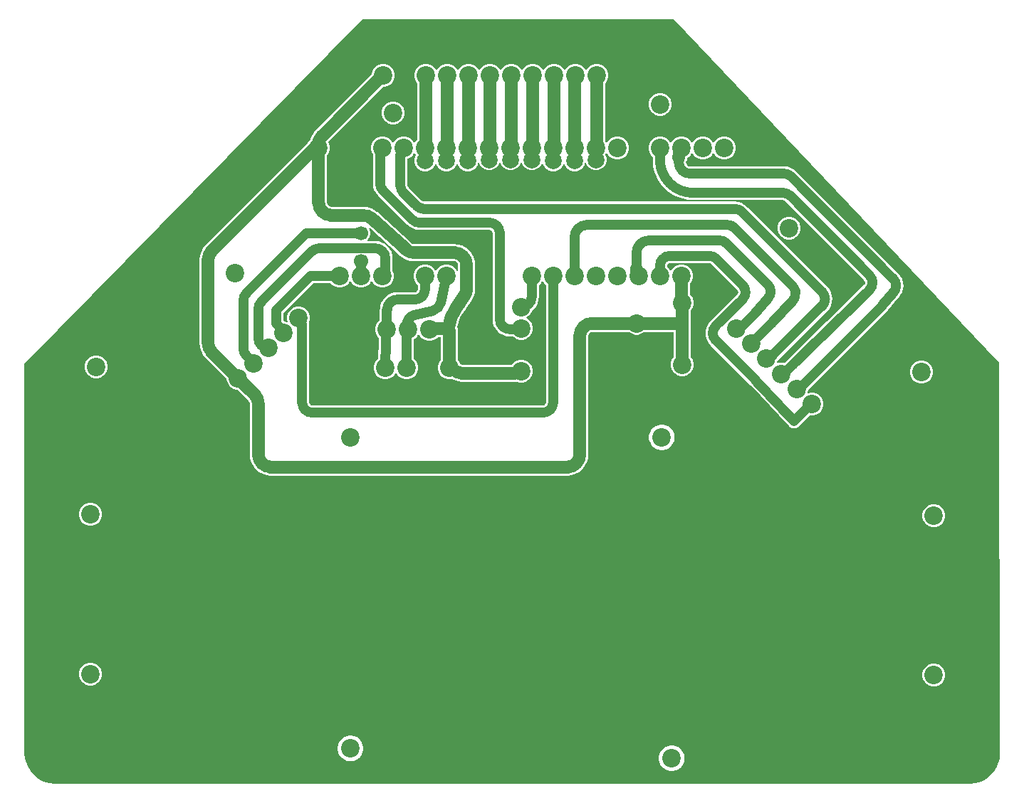
<source format=gbl>
G04*
G04 #@! TF.GenerationSoftware,Altium Limited,Altium Designer,24.5.2 (23)*
G04*
G04 Layer_Physical_Order=2*
G04 Layer_Color=16711680*
%FSLAX44Y44*%
%MOMM*%
G71*
G04*
G04 #@! TF.SameCoordinates,62529FE2-AEE2-4A7B-8C1A-F930561A9EB4*
G04*
G04*
G04 #@! TF.FilePolarity,Positive*
G04*
G01*
G75*
%ADD10C,1.2000*%
%ADD11C,1.5000*%
%ADD14C,2.0320*%
%ADD15C,2.2000*%
%ADD16C,2.0000*%
%ADD17C,1.7000*%
G36*
X1158964Y501036D02*
X1160000Y37317D01*
X1160000Y34871D01*
X1159362Y30020D01*
X1158096Y25295D01*
X1156224Y20775D01*
X1153778Y16538D01*
X1150799Y12657D01*
X1147340Y9198D01*
X1143459Y6220D01*
X1139222Y3775D01*
X1134702Y1903D01*
X1129976Y637D01*
X1125126Y-0D01*
X1122680Y0D01*
X38100Y-0D01*
X35603D01*
X30651Y652D01*
X25827Y1945D01*
X21213Y3856D01*
X16887Y6353D01*
X12925Y9393D01*
X9393Y12925D01*
X6353Y16887D01*
X3856Y21213D01*
X1945Y25827D01*
X652Y30651D01*
X0Y35603D01*
Y38100D01*
Y500000D01*
X401946Y910323D01*
X772160D01*
X1158964Y501036D01*
D02*
G37*
%LPC*%
G36*
X682503Y856820D02*
X678937D01*
X675494Y855897D01*
X672406Y854115D01*
X669885Y851594D01*
X668597Y849363D01*
X667443D01*
X666155Y851594D01*
X663634Y854115D01*
X660546Y855897D01*
X657103Y856820D01*
X653537D01*
X650094Y855897D01*
X647006Y854115D01*
X644485Y851594D01*
X643197Y849363D01*
X642043D01*
X640755Y851594D01*
X638234Y854115D01*
X635146Y855897D01*
X631703Y856820D01*
X628137D01*
X624694Y855897D01*
X621606Y854115D01*
X619085Y851594D01*
X617797Y849363D01*
X616643D01*
X615355Y851594D01*
X612834Y854115D01*
X609746Y855897D01*
X606303Y856820D01*
X602737D01*
X599294Y855897D01*
X596206Y854115D01*
X593685Y851594D01*
X592397Y849363D01*
X591243D01*
X589955Y851594D01*
X587434Y854115D01*
X584346Y855897D01*
X580903Y856820D01*
X577337D01*
X573894Y855897D01*
X570806Y854115D01*
X568285Y851594D01*
X566997Y849363D01*
X565843D01*
X564555Y851594D01*
X562034Y854115D01*
X558946Y855897D01*
X555503Y856820D01*
X551937D01*
X548494Y855897D01*
X545406Y854115D01*
X542885Y851594D01*
X541597Y849363D01*
X540443D01*
X539155Y851594D01*
X536634Y854115D01*
X533546Y855897D01*
X530103Y856820D01*
X526537D01*
X523094Y855897D01*
X520006Y854115D01*
X517485Y851594D01*
X516197Y849363D01*
X515043D01*
X513755Y851594D01*
X511234Y854115D01*
X508146Y855897D01*
X504703Y856820D01*
X501137D01*
X497694Y855897D01*
X494606Y854115D01*
X492085Y851594D01*
X490797Y849363D01*
X489643D01*
X488355Y851594D01*
X485834Y854115D01*
X482746Y855897D01*
X479303Y856820D01*
X475737D01*
X472294Y855897D01*
X469206Y854115D01*
X466685Y851594D01*
X464903Y848506D01*
X463980Y845063D01*
Y841497D01*
X464903Y838054D01*
X466685Y834966D01*
X467393Y834258D01*
Y767212D01*
X465415Y765234D01*
X464127Y763003D01*
X462973D01*
X461685Y765234D01*
X459164Y767755D01*
X456076Y769537D01*
X452633Y770460D01*
X449067D01*
X445624Y769537D01*
X442536Y767755D01*
X440015Y765234D01*
X438727Y763003D01*
X437573D01*
X436285Y765234D01*
X433764Y767755D01*
X430676Y769537D01*
X427233Y770460D01*
X423667D01*
X420224Y769537D01*
X417136Y767755D01*
X414615Y765234D01*
X412833Y762146D01*
X411910Y758703D01*
Y755137D01*
X412833Y751694D01*
X414296Y749159D01*
Y714901D01*
X414271D01*
X414667Y710874D01*
X415842Y707002D01*
X417749Y703434D01*
X420297Y700330D01*
X420305Y700338D01*
X420322Y700337D01*
X455227Y665432D01*
X455228Y665415D01*
X455220Y665407D01*
X458324Y662859D01*
X461892Y660952D01*
X465764Y659777D01*
X469791Y659381D01*
Y659406D01*
X553150D01*
X553186Y659411D01*
X554450Y659160D01*
X555553Y658423D01*
X556290Y657320D01*
X556541Y656056D01*
X556536Y656020D01*
Y594360D01*
Y553184D01*
X556511D01*
X556907Y549157D01*
X558082Y545286D01*
X559989Y541717D01*
X562556Y538590D01*
X565683Y536023D01*
X569252Y534116D01*
X573124Y532941D01*
X577150Y532545D01*
Y532570D01*
X581121D01*
X582236Y531455D01*
X585324Y529673D01*
X588767Y528750D01*
X592333D01*
X595776Y529673D01*
X598864Y531455D01*
X601385Y533976D01*
X603167Y537064D01*
X604090Y540507D01*
Y544073D01*
X603167Y547516D01*
X601385Y550604D01*
X598864Y553125D01*
X596633Y554413D01*
Y555567D01*
X598864Y556855D01*
X601385Y559376D01*
X603167Y562464D01*
X603344Y563124D01*
X605729Y565081D01*
X608296Y568209D01*
X610204Y571777D01*
X611378Y575649D01*
X611774Y579676D01*
X611749D01*
Y593870D01*
X614085Y596206D01*
X615373Y598437D01*
X616527D01*
X617815Y596206D01*
X620036Y593985D01*
Y453960D01*
X620041Y453924D01*
X619790Y452659D01*
X619053Y451557D01*
X617951Y450820D01*
X616686Y450569D01*
X616650Y450574D01*
X342200D01*
X342164Y450569D01*
X340900Y450820D01*
X339797Y451557D01*
X339060Y452659D01*
X338809Y453924D01*
X338814Y453960D01*
Y545475D01*
X338839D01*
X338480Y549120D01*
X338640Y549396D01*
X339563Y552840D01*
Y556405D01*
X338640Y559849D01*
X336857Y562936D01*
X334336Y565457D01*
X331249Y567240D01*
X327805Y568163D01*
X324240D01*
X320796Y567240D01*
X317709Y565457D01*
X315188Y562936D01*
X313405Y559849D01*
X312483Y556405D01*
Y552840D01*
X313149Y550352D01*
X312333Y549535D01*
X309845Y550202D01*
X309410D01*
X308334Y551278D01*
Y560312D01*
X343928Y595906D01*
X364115D01*
X366336Y593685D01*
X369424Y591903D01*
X372867Y590980D01*
X376433D01*
X379876Y591903D01*
X382964Y593685D01*
X385485Y596206D01*
X386773Y598437D01*
X387927D01*
X389215Y596206D01*
X391736Y593685D01*
X394824Y591903D01*
X398267Y590980D01*
X401833D01*
X405276Y591903D01*
X408364Y593685D01*
X410885Y596206D01*
X412173Y598437D01*
X413327D01*
X414615Y596206D01*
X417136Y593685D01*
X420224Y591903D01*
X423667Y590980D01*
X427233D01*
X430676Y591903D01*
X433764Y593685D01*
X436285Y596206D01*
X438067Y599294D01*
X438990Y602737D01*
Y606303D01*
X438067Y609746D01*
X437625Y610513D01*
X437898Y613287D01*
X437879D01*
X437874Y613293D01*
X437874Y613293D01*
Y625540D01*
X437899D01*
X437503Y629566D01*
X436328Y633438D01*
X434421Y637007D01*
X431854Y640134D01*
X428727Y642701D01*
X425158Y644608D01*
X421287Y645783D01*
X417260Y646179D01*
Y646154D01*
X407911D01*
X407497Y647154D01*
X408884Y648541D01*
X410338Y651059D01*
X411090Y653867D01*
Y656773D01*
X410338Y659581D01*
X409355Y661284D01*
X410143Y661918D01*
X446370Y628892D01*
X446919Y628509D01*
X449319Y626539D01*
X453669Y624214D01*
X458390Y622782D01*
X463298Y622299D01*
Y622333D01*
X510780D01*
X510944Y622355D01*
X512666Y622013D01*
X514264Y620944D01*
X515333Y619346D01*
X515675Y617624D01*
X515653Y617460D01*
Y608437D01*
X514653Y608305D01*
X514267Y609746D01*
X512485Y612834D01*
X509964Y615355D01*
X506876Y617137D01*
X503433Y618060D01*
X499867D01*
X496424Y617137D01*
X493336Y615355D01*
X490815Y612834D01*
X489527Y610603D01*
X488373D01*
X487085Y612834D01*
X484564Y615355D01*
X481476Y617137D01*
X478033Y618060D01*
X474467D01*
X471024Y617137D01*
X467936Y615355D01*
X465415Y612834D01*
X463633Y609746D01*
X462710Y606303D01*
Y602737D01*
X463633Y599294D01*
X465415Y596206D01*
X467636Y593985D01*
Y588580D01*
X467641Y588544D01*
X467390Y587280D01*
X466653Y586177D01*
X465550Y585440D01*
X464286Y585189D01*
X464250Y585194D01*
X443259D01*
Y585219D01*
X439233Y584823D01*
X435361Y583648D01*
X431793Y581741D01*
X428665Y579174D01*
X426098Y576047D01*
X424191Y572478D01*
X423016Y568606D01*
X422825Y566664D01*
X422697Y566039D01*
X422542Y563852D01*
X422567Y563434D01*
X422469Y562435D01*
X422475Y562435D01*
X422490Y562417D01*
Y556117D01*
X422495Y556081D01*
X422298Y555092D01*
X422298D01*
X422210Y554679D01*
X422085Y553731D01*
X421923Y552787D01*
X421873Y551511D01*
X419695Y549334D01*
X417913Y546246D01*
X416990Y542803D01*
Y539237D01*
X417913Y535794D01*
X419695Y532706D01*
X421220Y531181D01*
Y526800D01*
X421225Y526769D01*
X421220Y526738D01*
X420841Y506030D01*
X418425Y503614D01*
X416643Y500526D01*
X415720Y497083D01*
Y493517D01*
X416643Y490074D01*
X418425Y486986D01*
X420946Y484465D01*
X424034Y482683D01*
X427477Y481760D01*
X431043D01*
X434486Y482683D01*
X437574Y484465D01*
X440095Y486986D01*
X441383Y489217D01*
X442537D01*
X443825Y486986D01*
X446346Y484465D01*
X449434Y482683D01*
X452878Y481760D01*
X456443D01*
X459886Y482683D01*
X462974Y484465D01*
X465495Y486986D01*
X467277Y490074D01*
X468200Y493517D01*
Y497083D01*
X467277Y500526D01*
X465495Y503614D01*
X463274Y505835D01*
Y510540D01*
X463274Y510540D01*
Y526800D01*
Y529625D01*
X464244Y530185D01*
X466765Y532706D01*
X468053Y534937D01*
X469207D01*
X470495Y532706D01*
X473016Y530185D01*
X476104Y528403D01*
X479547Y527480D01*
X483113D01*
X486556Y528403D01*
X489644Y530185D01*
X491622Y532163D01*
X495333D01*
Y504322D01*
X494625Y503614D01*
X492843Y500526D01*
X491920Y497083D01*
Y493517D01*
X492843Y490074D01*
X494625Y486986D01*
X497146Y484465D01*
X500234Y482683D01*
X503677Y481760D01*
X507243D01*
X508317Y482048D01*
X510831Y480704D01*
X515551Y479272D01*
X520460Y478789D01*
Y478823D01*
X582226D01*
X582245Y478807D01*
X582245Y478793D01*
X584992Y479064D01*
X585324Y478873D01*
X588767Y477950D01*
X592333D01*
X595776Y478873D01*
X598864Y480655D01*
X601385Y483176D01*
X603167Y486264D01*
X604090Y489707D01*
Y493273D01*
X603167Y496716D01*
X601385Y499804D01*
X598864Y502325D01*
X595776Y504107D01*
X592333Y505030D01*
X588767D01*
X585324Y504107D01*
X582236Y502325D01*
X579715Y499804D01*
X579296Y499077D01*
X520460D01*
X520296Y499055D01*
X518574Y499397D01*
X518337Y499556D01*
X518077Y500526D01*
X516295Y503614D01*
X515587Y504322D01*
Y539750D01*
X515242Y542371D01*
X514570Y543993D01*
X515951Y549748D01*
X518356Y555552D01*
X521539Y560747D01*
X521888Y561109D01*
X524696Y564913D01*
X524704Y564907D01*
X524895Y565131D01*
X525532Y566171D01*
X525768Y566441D01*
X531699Y575355D01*
X531724Y575339D01*
X534026Y579645D01*
X535458Y584365D01*
X535937Y589228D01*
X535923Y589228D01*
X535907Y589246D01*
Y617460D01*
X535941D01*
X535458Y622369D01*
X534026Y627089D01*
X531701Y631439D01*
X528572Y635252D01*
X524759Y638381D01*
X520409Y640706D01*
X515689Y642138D01*
X510780Y642621D01*
Y642587D01*
X463298D01*
X463134Y642565D01*
X461412Y642907D01*
X460049Y643819D01*
X460015Y643859D01*
X419847Y680478D01*
X419299Y680860D01*
X416898Y682831D01*
X412547Y685156D01*
X407827Y686588D01*
X402919Y687071D01*
Y687037D01*
X364782D01*
X364618Y687015D01*
X362896Y687357D01*
X361297Y688426D01*
X360229Y690024D01*
X359887Y691746D01*
X359908Y691910D01*
Y748430D01*
X360085Y748606D01*
X361867Y751694D01*
X362790Y755137D01*
Y758703D01*
X361867Y762146D01*
X360896Y763828D01*
X426809Y829740D01*
X428503D01*
X431946Y830663D01*
X435034Y832445D01*
X437555Y834966D01*
X439337Y838054D01*
X440260Y841497D01*
Y845063D01*
X439337Y848506D01*
X437555Y851594D01*
X435034Y854115D01*
X431946Y855897D01*
X428503Y856820D01*
X424937D01*
X421494Y855897D01*
X418406Y854115D01*
X415885Y851594D01*
X414103Y848506D01*
X413180Y845063D01*
Y844754D01*
X346474Y778047D01*
X346462Y778047D01*
X346444Y778064D01*
X343329Y774268D01*
X341004Y769918D01*
X340092Y766910D01*
X338415Y765234D01*
X337026Y762827D01*
X215673Y641474D01*
X215673Y641474D01*
X215648Y641498D01*
X212519Y637686D01*
X210194Y633336D01*
X208762Y628615D01*
X208279Y623707D01*
X208313D01*
Y524734D01*
X208279D01*
X208762Y519826D01*
X210194Y515106D01*
X212519Y510755D01*
X215648Y506943D01*
X215673Y506967D01*
X215673Y506967D01*
X240641Y481999D01*
Y480998D01*
X241563Y477554D01*
X243346Y474467D01*
X245867Y471946D01*
X248954Y470163D01*
X252398Y469240D01*
X253399D01*
X266584Y456056D01*
X266710Y455959D01*
X267683Y454504D01*
X268025Y452782D01*
X268003Y452618D01*
Y392190D01*
X267969D01*
X268452Y387281D01*
X269884Y382561D01*
X272209Y378211D01*
X275338Y374398D01*
X279151Y371269D01*
X283501Y368944D01*
X288221Y367512D01*
X293130Y367029D01*
Y367063D01*
X645400D01*
Y367029D01*
X650309Y367512D01*
X655029Y368944D01*
X659379Y371269D01*
X663192Y374398D01*
X666321Y378211D01*
X668646Y382561D01*
X670078Y387281D01*
X670561Y392190D01*
X670527D01*
Y533240D01*
X670505Y533404D01*
X670847Y535126D01*
X671916Y536724D01*
X673514Y537793D01*
X675236Y538135D01*
X675400Y538113D01*
X718688D01*
X719396Y537405D01*
X722484Y535623D01*
X725927Y534700D01*
X729493D01*
X732936Y535623D01*
X736024Y537405D01*
X736732Y538113D01*
X772193D01*
Y508132D01*
X771485Y507424D01*
X769703Y504336D01*
X768780Y500893D01*
Y497327D01*
X769703Y493884D01*
X771485Y490796D01*
X774006Y488275D01*
X777094Y486493D01*
X780537Y485570D01*
X784103D01*
X787546Y486493D01*
X790634Y488275D01*
X793155Y490796D01*
X794937Y493884D01*
X795860Y497327D01*
Y500893D01*
X794937Y504336D01*
X793155Y507424D01*
X792447Y508132D01*
Y551180D01*
X792447Y551180D01*
X792447Y551180D01*
Y563748D01*
X793155Y564456D01*
X794937Y567544D01*
X795860Y570987D01*
Y574553D01*
X794937Y577996D01*
X793155Y581084D01*
X791709Y582530D01*
Y596030D01*
X791885Y596206D01*
X793667Y599294D01*
X794590Y602737D01*
Y606303D01*
X793667Y609746D01*
X791885Y612834D01*
X789364Y615355D01*
X786276Y617137D01*
X782833Y618060D01*
X779267D01*
X775824Y617137D01*
X772736Y615355D01*
X770215Y612834D01*
X768927Y610603D01*
X767773D01*
X766485Y612834D01*
X764264Y615055D01*
Y616650D01*
X764259Y616686D01*
X764510Y617951D01*
X765247Y619053D01*
X766349Y619790D01*
X767614Y620041D01*
X767650Y620036D01*
X814179D01*
X814216Y620041D01*
X815480Y619790D01*
X816546Y619077D01*
X816562Y619057D01*
X847766Y587852D01*
X847787Y587836D01*
X848499Y586771D01*
X848758Y585470D01*
X848499Y584170D01*
X847787Y583103D01*
X847766Y583087D01*
X816536Y551858D01*
X815811Y551169D01*
X815811Y551169D01*
X813244Y548042D01*
X811337Y544473D01*
X810163Y540602D01*
X809766Y536575D01*
X810163Y532548D01*
X811337Y528677D01*
X813244Y525108D01*
X815791Y522005D01*
X815799Y522013D01*
X815817Y522012D01*
X862595Y475234D01*
X863291Y474528D01*
X863291D01*
X863972Y473816D01*
X908144Y427149D01*
X908805Y426613D01*
X909229Y426059D01*
X911013Y424690D01*
X913091Y423830D01*
X915320Y423536D01*
X917549Y423830D01*
X919627Y424690D01*
X921411Y426059D01*
X933990Y438638D01*
X934207Y438580D01*
X937773D01*
X941216Y439503D01*
X944304Y441285D01*
X946825Y443806D01*
X948607Y446894D01*
X949530Y450337D01*
Y453903D01*
X948607Y457346D01*
X946825Y460434D01*
X944304Y462955D01*
X941216Y464737D01*
X937773Y465660D01*
X934207D01*
X931719Y464993D01*
X930903Y465810D01*
X931570Y468298D01*
Y468733D01*
X1025034Y562197D01*
X1025752Y562879D01*
X1025752Y562879D01*
X1026523Y563818D01*
X1026884Y564146D01*
X1038834Y578266D01*
X1039209Y578708D01*
X1039252Y578712D01*
X1039805Y579444D01*
X1040118Y579830D01*
X1041590Y581623D01*
X1043497Y585192D01*
X1044672Y589064D01*
X1045069Y593090D01*
X1044672Y597117D01*
X1043497Y600989D01*
X1041590Y604557D01*
X1039036Y607669D01*
X1039036Y607669D01*
X1039036D01*
X1038319Y608353D01*
X917655Y729016D01*
X917674Y729034D01*
X914546Y731601D01*
X910978Y733508D01*
X907106Y734683D01*
X903080Y735079D01*
Y735054D01*
X791655D01*
X791516Y735035D01*
X789679Y735401D01*
X788004Y736520D01*
X786885Y738195D01*
X786527Y739995D01*
X786694Y740213D01*
X787706Y742655D01*
X788051Y745276D01*
X788841Y745783D01*
X789364Y746085D01*
X791885Y748606D01*
X793173Y750837D01*
X794327D01*
X795615Y748606D01*
X798136Y746085D01*
X801224Y744303D01*
X804667Y743380D01*
X808233D01*
X811676Y744303D01*
X814764Y746085D01*
X817285Y748606D01*
X818573Y750837D01*
X819727D01*
X821015Y748606D01*
X823536Y746085D01*
X826624Y744303D01*
X830067Y743380D01*
X833633D01*
X837076Y744303D01*
X840164Y746085D01*
X842685Y748606D01*
X844467Y751694D01*
X845390Y755137D01*
Y758703D01*
X844467Y762146D01*
X842685Y765234D01*
X840164Y767755D01*
X837076Y769537D01*
X833633Y770460D01*
X830067D01*
X826624Y769537D01*
X823536Y767755D01*
X821015Y765234D01*
X819727Y763003D01*
X818573D01*
X817285Y765234D01*
X814764Y767755D01*
X811676Y769537D01*
X808233Y770460D01*
X804667D01*
X801224Y769537D01*
X798136Y767755D01*
X795615Y765234D01*
X794327Y763003D01*
X793173D01*
X791885Y765234D01*
X789364Y767755D01*
X786276Y769537D01*
X782833Y770460D01*
X779267D01*
X775824Y769537D01*
X772736Y767755D01*
X770215Y765234D01*
X768927Y763003D01*
X767773D01*
X766485Y765234D01*
X763964Y767755D01*
X760876Y769537D01*
X757433Y770460D01*
X753867D01*
X750424Y769537D01*
X747336Y767755D01*
X744815Y765234D01*
X743033Y762146D01*
X742110Y758703D01*
Y755137D01*
X743033Y751694D01*
X744815Y748606D01*
X747036Y746385D01*
Y742950D01*
X747007D01*
X747418Y736683D01*
X748643Y730523D01*
X750662Y724576D01*
X753440Y718944D01*
X756929Y713722D01*
X761070Y709000D01*
X765792Y704859D01*
X771014Y701370D01*
X776646Y698592D01*
X782593Y696573D01*
X788753Y695348D01*
X795020Y694937D01*
Y694966D01*
X901925D01*
X901961Y694971D01*
X903226Y694720D01*
X904300Y694002D01*
X904325Y693969D01*
X998788Y599056D01*
X998813Y599037D01*
X999528Y597968D01*
X999786Y596667D01*
X999528Y595367D01*
X998802Y594281D01*
X998756Y594247D01*
X908705Y506139D01*
X908154Y505600D01*
X908150Y505603D01*
X907976Y505460D01*
X907287Y504735D01*
X903651Y501099D01*
X901852Y501581D01*
X898286D01*
X895798Y500914D01*
X894982Y501731D01*
X895472Y503560D01*
X954555Y562643D01*
X954561Y562644D01*
X954576Y562629D01*
X957135Y565748D01*
X959043Y569316D01*
X960217Y573188D01*
X960614Y577215D01*
X960217Y581241D01*
X959043Y585113D01*
X957135Y588681D01*
X954577Y591799D01*
X954550Y591791D01*
X859235Y687106D01*
X859235Y687106D01*
X859253Y687124D01*
X856126Y689691D01*
X852558Y691598D01*
X848686Y692773D01*
X844659Y693169D01*
Y693144D01*
X844659Y693144D01*
X474828D01*
X474817Y693142D01*
X473570Y693390D01*
X472511Y694098D01*
X472502Y694110D01*
X456629Y709983D01*
X456611Y709996D01*
X455900Y711060D01*
X455649Y712324D01*
X455654Y712361D01*
Y744190D01*
X456076Y744303D01*
X459164Y746085D01*
X461685Y748606D01*
X462973Y750837D01*
X464127D01*
X465415Y748606D01*
X465639Y748382D01*
X464565Y746520D01*
X463710Y743331D01*
Y740029D01*
X464565Y736840D01*
X466216Y733980D01*
X468550Y731646D01*
X471410Y729995D01*
X474599Y729140D01*
X477901D01*
X481090Y729995D01*
X483950Y731646D01*
X486284Y733980D01*
X487935Y736840D01*
X488432Y738694D01*
X489468D01*
X489965Y736840D01*
X491615Y733980D01*
X493950Y731646D01*
X496810Y729995D01*
X499999Y729140D01*
X503301D01*
X506490Y729995D01*
X509350Y731646D01*
X511684Y733980D01*
X513335Y736840D01*
X513832Y738694D01*
X514868D01*
X515365Y736840D01*
X517015Y733980D01*
X519350Y731646D01*
X522210Y729995D01*
X525399Y729140D01*
X528701D01*
X531890Y729995D01*
X534750Y731646D01*
X537085Y733980D01*
X538735Y736840D01*
X539403Y739329D01*
X540438D01*
X540765Y738110D01*
X542416Y735250D01*
X544750Y732915D01*
X547610Y731265D01*
X550799Y730410D01*
X554101D01*
X557290Y731265D01*
X560150Y732915D01*
X562485Y735250D01*
X564135Y738110D01*
X564632Y739964D01*
X565668D01*
X566165Y738110D01*
X567816Y735250D01*
X570150Y732915D01*
X573010Y731265D01*
X576199Y730410D01*
X579501D01*
X582690Y731265D01*
X585550Y732915D01*
X587884Y735250D01*
X589535Y738110D01*
X590032Y739964D01*
X591068D01*
X591565Y738110D01*
X593215Y735250D01*
X595550Y732915D01*
X598410Y731265D01*
X601599Y730410D01*
X604901D01*
X608090Y731265D01*
X610950Y732915D01*
X613284Y735250D01*
X614935Y738110D01*
X615262Y739329D01*
X616297D01*
X616965Y736840D01*
X618615Y733980D01*
X620950Y731646D01*
X623810Y729995D01*
X626999Y729140D01*
X630301D01*
X633490Y729995D01*
X636350Y731646D01*
X638685Y733980D01*
X640335Y736840D01*
X640832Y738694D01*
X641868D01*
X642365Y736840D01*
X644016Y733980D01*
X646350Y731646D01*
X649210Y729995D01*
X652399Y729140D01*
X655701D01*
X658890Y729995D01*
X661750Y731646D01*
X664084Y733980D01*
X665735Y736840D01*
X666403Y739329D01*
X667438D01*
X667765Y738110D01*
X669416Y735250D01*
X671750Y732915D01*
X674610Y731265D01*
X677799Y730410D01*
X681101D01*
X684290Y731265D01*
X687150Y732915D01*
X689484Y735250D01*
X691135Y738110D01*
X691990Y741299D01*
Y744601D01*
X691135Y747790D01*
X690474Y748935D01*
X691573Y750837D01*
X692727D01*
X694015Y748606D01*
X696536Y746085D01*
X699624Y744303D01*
X703067Y743380D01*
X706633D01*
X710076Y744303D01*
X713164Y746085D01*
X715685Y748606D01*
X717467Y751694D01*
X718390Y755137D01*
Y758703D01*
X717467Y762146D01*
X715685Y765234D01*
X713164Y767755D01*
X710076Y769537D01*
X706633Y770460D01*
X703067D01*
X699624Y769537D01*
X696536Y767755D01*
X694015Y765234D01*
X692727Y763003D01*
X691573D01*
X690847Y764260D01*
Y834258D01*
X691555Y834966D01*
X693337Y838054D01*
X694260Y841497D01*
Y845063D01*
X693337Y848506D01*
X691555Y851594D01*
X689034Y854115D01*
X685946Y855897D01*
X682503Y856820D01*
D02*
G37*
G36*
X757433Y822530D02*
X753867D01*
X750424Y821607D01*
X747336Y819825D01*
X744815Y817304D01*
X743033Y814216D01*
X742110Y810773D01*
Y807207D01*
X743033Y803764D01*
X744815Y800676D01*
X747336Y798155D01*
X750424Y796373D01*
X753867Y795450D01*
X757433D01*
X760876Y796373D01*
X763964Y798155D01*
X766485Y800676D01*
X768267Y803764D01*
X769190Y807207D01*
Y810773D01*
X768267Y814216D01*
X766485Y817304D01*
X763964Y819825D01*
X760876Y821607D01*
X757433Y822530D01*
D02*
G37*
G36*
X439933Y812370D02*
X436367D01*
X432924Y811447D01*
X429836Y809665D01*
X427315Y807144D01*
X425533Y804056D01*
X424610Y800613D01*
Y797047D01*
X425533Y793604D01*
X427315Y790516D01*
X429836Y787995D01*
X432924Y786213D01*
X436367Y785290D01*
X439933D01*
X443376Y786213D01*
X446464Y787995D01*
X448985Y790516D01*
X450767Y793604D01*
X451690Y797047D01*
Y800613D01*
X450767Y804056D01*
X448985Y807144D01*
X446464Y809665D01*
X443376Y811447D01*
X439933Y812370D01*
D02*
G37*
G36*
X911103Y675210D02*
X907537D01*
X904094Y674287D01*
X901006Y672505D01*
X898485Y669984D01*
X896703Y666896D01*
X895780Y663453D01*
Y659887D01*
X896703Y656444D01*
X898485Y653356D01*
X901006Y650835D01*
X904094Y649053D01*
X907537Y648130D01*
X911103D01*
X914546Y649053D01*
X917634Y650835D01*
X920155Y653356D01*
X921937Y656444D01*
X922860Y659887D01*
Y663453D01*
X921937Y666896D01*
X920155Y669984D01*
X917634Y672505D01*
X914546Y674287D01*
X911103Y675210D01*
D02*
G37*
G36*
X86873Y510110D02*
X83307D01*
X79864Y509187D01*
X76776Y507405D01*
X74255Y504884D01*
X72473Y501796D01*
X71550Y498353D01*
Y494787D01*
X72473Y491344D01*
X74255Y488256D01*
X76776Y485735D01*
X79864Y483953D01*
X83307Y483030D01*
X86873D01*
X90316Y483953D01*
X93404Y485735D01*
X95925Y488256D01*
X97707Y491344D01*
X98630Y494787D01*
Y498353D01*
X97707Y501796D01*
X95925Y504884D01*
X93404Y507405D01*
X90316Y509187D01*
X86873Y510110D01*
D02*
G37*
G36*
X1068583Y503760D02*
X1065017D01*
X1061574Y502837D01*
X1058486Y501055D01*
X1055965Y498534D01*
X1054183Y495446D01*
X1053260Y492003D01*
Y488437D01*
X1054183Y484994D01*
X1055965Y481906D01*
X1058486Y479385D01*
X1061574Y477603D01*
X1065017Y476680D01*
X1068583D01*
X1072026Y477603D01*
X1075114Y479385D01*
X1077635Y481906D01*
X1079417Y484994D01*
X1080340Y488437D01*
Y492003D01*
X1079417Y495446D01*
X1077635Y498534D01*
X1075114Y501055D01*
X1072026Y502837D01*
X1068583Y503760D01*
D02*
G37*
G36*
X759437Y427736D02*
X756435D01*
X753491Y427150D01*
X750717Y426002D01*
X748221Y424334D01*
X746098Y422211D01*
X744430Y419715D01*
X743282Y416941D01*
X742696Y413997D01*
Y410995D01*
X743282Y408051D01*
X744430Y405277D01*
X746098Y402781D01*
X748221Y400658D01*
X750717Y398991D01*
X753491Y397842D01*
X756435Y397256D01*
X759437D01*
X762381Y397842D01*
X765155Y398991D01*
X767651Y400658D01*
X769774Y402781D01*
X771441Y405277D01*
X772590Y408051D01*
X773176Y410995D01*
Y413997D01*
X772590Y416941D01*
X771441Y419715D01*
X769774Y422211D01*
X767651Y424334D01*
X765155Y426002D01*
X762381Y427150D01*
X759437Y427736D01*
D02*
G37*
G36*
X80525Y334338D02*
X76959D01*
X73516Y333415D01*
X70428Y331633D01*
X67907Y329112D01*
X66125Y326024D01*
X65202Y322581D01*
Y319015D01*
X66125Y315572D01*
X67907Y312484D01*
X70428Y309963D01*
X73516Y308181D01*
X76959Y307258D01*
X80525D01*
X83968Y308181D01*
X87056Y309963D01*
X89577Y312484D01*
X91359Y315572D01*
X92282Y319015D01*
Y322581D01*
X91359Y326024D01*
X89577Y329112D01*
X87056Y331633D01*
X83968Y333415D01*
X80525Y334338D01*
D02*
G37*
G36*
X1083041Y333074D02*
X1079475D01*
X1076032Y332151D01*
X1072944Y330369D01*
X1070423Y327848D01*
X1068641Y324760D01*
X1067718Y321317D01*
Y317751D01*
X1068641Y314308D01*
X1070423Y311220D01*
X1072944Y308699D01*
X1076032Y306917D01*
X1079475Y305994D01*
X1083041D01*
X1086484Y306917D01*
X1089572Y308699D01*
X1092093Y311220D01*
X1093875Y314308D01*
X1094798Y317751D01*
Y321317D01*
X1093875Y324760D01*
X1092093Y327848D01*
X1089572Y330369D01*
X1086484Y332151D01*
X1083041Y333074D01*
D02*
G37*
G36*
X80525Y144346D02*
X76959D01*
X73516Y143423D01*
X70428Y141641D01*
X67907Y139120D01*
X66125Y136032D01*
X65202Y132589D01*
Y129023D01*
X66125Y125580D01*
X67907Y122492D01*
X70428Y119971D01*
X73516Y118189D01*
X76959Y117266D01*
X80525D01*
X83968Y118189D01*
X87056Y119971D01*
X89577Y122492D01*
X91359Y125580D01*
X92282Y129023D01*
Y132589D01*
X91359Y136032D01*
X89577Y139120D01*
X87056Y141641D01*
X83968Y143423D01*
X80525Y144346D01*
D02*
G37*
G36*
X1083041Y143082D02*
X1079475D01*
X1076032Y142159D01*
X1072944Y140377D01*
X1070423Y137856D01*
X1068641Y134768D01*
X1067718Y131325D01*
Y127759D01*
X1068641Y124316D01*
X1070423Y121228D01*
X1072944Y118707D01*
X1076032Y116925D01*
X1079475Y116002D01*
X1083041D01*
X1086484Y116925D01*
X1089572Y118707D01*
X1092093Y121228D01*
X1093875Y124316D01*
X1094798Y127759D01*
Y131325D01*
X1093875Y134768D01*
X1092093Y137856D01*
X1089572Y140377D01*
X1086484Y142159D01*
X1083041Y143082D01*
D02*
G37*
G36*
X389105Y57404D02*
X386103D01*
X383159Y56818D01*
X380385Y55669D01*
X377889Y54002D01*
X375766Y51879D01*
X374099Y49383D01*
X372950Y46609D01*
X372364Y43665D01*
Y40663D01*
X372950Y37719D01*
X374099Y34945D01*
X375766Y32449D01*
X377889Y30326D01*
X380385Y28658D01*
X383159Y27510D01*
X386103Y26924D01*
X389105D01*
X392049Y27510D01*
X394823Y28658D01*
X397319Y30326D01*
X399442Y32449D01*
X401110Y34945D01*
X402258Y37719D01*
X402844Y40663D01*
Y43665D01*
X402258Y46609D01*
X401110Y49383D01*
X399442Y51879D01*
X397319Y54002D01*
X394823Y55669D01*
X392049Y56818D01*
X389105Y57404D01*
D02*
G37*
G36*
X771121Y45720D02*
X768119D01*
X765175Y45134D01*
X762401Y43986D01*
X759905Y42318D01*
X757782Y40195D01*
X756115Y37699D01*
X754966Y34925D01*
X754380Y31981D01*
Y28979D01*
X754966Y26035D01*
X756115Y23261D01*
X757782Y20765D01*
X759905Y18642D01*
X762401Y16975D01*
X765175Y15826D01*
X768119Y15240D01*
X771121D01*
X774065Y15826D01*
X776839Y16975D01*
X779335Y18642D01*
X781458Y20765D01*
X783126Y23261D01*
X784274Y26035D01*
X784860Y28979D01*
Y31981D01*
X784274Y34925D01*
X783126Y37699D01*
X781458Y40195D01*
X779335Y42318D01*
X776839Y43986D01*
X774065Y45134D01*
X771121Y45720D01*
D02*
G37*
%LPD*%
D10*
X450735Y756802D02*
G03*
X450853Y756917I-5921J6154D01*
G01*
X447040Y712361D02*
G03*
X450538Y703892I12000J0D01*
G01*
X450735Y756802D02*
G03*
X447040Y748139I8305J-8662D01*
G01*
X466411Y688019D02*
G03*
X474828Y684530I8460J8511D01*
G01*
X422910Y714901D02*
G03*
X426412Y706428I12000J0D01*
G01*
X461318Y671522D02*
G03*
X469791Y668020I8473J8498D01*
G01*
X565150Y656020D02*
G03*
X553150Y668020I-12000J0D01*
G01*
X853145Y681015D02*
G03*
X844659Y684530I-8485J-8485D01*
G01*
X425450Y756920D02*
G03*
X422910Y749562I9460J-7383D01*
G01*
X565150Y553184D02*
G03*
X577150Y541184I12000J0D01*
G01*
X585543D02*
G03*
X590538Y542284I-25J12000D01*
G01*
X330200Y453960D02*
G03*
X342200Y441960I12000J0D01*
G01*
X616650D02*
G03*
X628650Y453960I0J12000D01*
G01*
X911565Y722925D02*
G03*
X903080Y726440I-8485J-8485D01*
G01*
X777925Y740170D02*
G03*
X791655Y726440I13730J0D01*
G01*
X869551Y480452D02*
G03*
X869321Y480689I-8715J-8249D01*
G01*
X821920Y545060D02*
G03*
X821907Y528102I8485J-8485D01*
G01*
X1033103Y584798D02*
G03*
X1032668Y584314I8705J-8260D01*
G01*
X1033118Y584814D02*
G03*
X1032922Y601568I-8689J8276D01*
G01*
X1019643Y568988D02*
G03*
X1020309Y569711I-8485J8485D01*
G01*
X918030Y470080D02*
G03*
X923958Y473303I-2536J11729D01*
G01*
X900069Y488041D02*
G03*
X906009Y491275I-2536J11729D01*
G01*
X914178Y499443D02*
G03*
X914085Y499351I8392J-8577D01*
G01*
X1004780Y588090D02*
G03*
X1004900Y605126I-8392J8577D01*
G01*
X948464Y568734D02*
G03*
X948465Y585695I-8490J8481D01*
G01*
X882131Y506004D02*
G03*
X889150Y509420I-1455J11911D01*
G01*
X888140Y547954D02*
G03*
X888509Y548339I-8485J8485D01*
G01*
X846187Y541923D02*
G03*
X854009Y545399I-643J11983D01*
G01*
X868366Y559756D02*
G03*
X868978Y560418I-8495J8475D01*
G01*
X884312Y578292D02*
G03*
X883706Y594574I-9108J7814D01*
G01*
X915782Y578833D02*
G03*
X913535Y592685I-10733J5367D01*
G01*
X913904Y576100D02*
G03*
X915782Y578833I-8854J8100D01*
G01*
X425562Y604636D02*
G03*
X425447Y604523I5924J-6151D01*
G01*
X425562Y604636D02*
G03*
X429260Y613293I-8302J8665D01*
G01*
X429260Y625540D02*
G03*
X417260Y637540I-12000J0D01*
G01*
X272141Y500741D02*
G03*
X269968Y503726I-10672J-5486D01*
G01*
X263865Y583905D02*
G03*
X260350Y575419I8485J-8485D01*
G01*
Y518314D02*
G03*
X263860Y509834I12000J0D01*
G01*
X350411Y637540D02*
G03*
X341925Y634025I0J-12000D01*
G01*
X278130Y530702D02*
G03*
X290011Y518702I12000J0D01*
G01*
X281645Y573745D02*
G03*
X278130Y565259I8485J-8485D01*
G01*
X330200Y545475D02*
G03*
X326695Y553950I-12000J0D01*
G01*
X464250Y576580D02*
G03*
X476250Y588580I0J12000D01*
G01*
X443259Y576580D02*
G03*
X431289Y565429I0J-12000D01*
G01*
X463870Y558188D02*
G03*
X454660Y546517I2790J-11671D01*
G01*
X485868Y563447D02*
G03*
X494834Y572616I-2770J11676D01*
G01*
X429832Y526581D02*
G03*
X429834Y526800I-11998J219D01*
G01*
X501645Y604496D02*
G03*
X501650Y604520I-11730J2531D01*
G01*
X431134Y563242D02*
G03*
X431104Y562417I11970J-849D01*
G01*
X429843Y534923D02*
G03*
X429834Y534477I11991J-469D01*
G01*
X430530Y552450D02*
G03*
X431104Y556117I-11426J3667D01*
G01*
X590550Y567690D02*
G03*
X603135Y579676I585J11986D01*
G01*
X853856Y576996D02*
G03*
X853857Y593943I-8497J8474D01*
G01*
X822652Y625148D02*
G03*
X814179Y628650I-8473J-8498D01*
G01*
X767650D02*
G03*
X755650Y616650I0J-12000D01*
G01*
X910431Y700045D02*
G03*
X901925Y703580I-8505J-8465D01*
G01*
X844255Y661965D02*
G03*
X835770Y665480I-8485J-8485D01*
G01*
X834769Y643512D02*
G03*
X826296Y647013I-8472J-8498D01*
G01*
X742710D02*
G03*
X727710Y632013I0J-15000D01*
G01*
X755650Y742950D02*
G03*
X795020Y703580I39370J0D01*
G01*
X669050Y665480D02*
G03*
X654050Y650480I0J-15000D01*
G01*
X299720Y563880D02*
X340360Y604520D01*
X374650D01*
X299720Y547710D02*
Y563880D01*
X308062Y536662D02*
Y539368D01*
X299720Y547710D02*
X308062Y539368D01*
X450555Y703875D02*
X466411Y688019D01*
X447040Y712361D02*
Y748139D01*
X450853Y756917D02*
X450855Y756915D01*
X450538Y703892D02*
X450555Y703875D01*
X474870Y684530D02*
X844659D01*
X474828D02*
X474870D01*
X422910Y714901D02*
Y749562D01*
X469791Y668020D02*
X553150D01*
X426412Y706428D02*
X461318Y671522D01*
X565150Y594360D02*
Y656020D01*
X853145Y681015D02*
X948460Y585700D01*
X425450Y756920D02*
X425450Y756920D01*
X590538Y542284D02*
X590550Y542290D01*
X565150Y553184D02*
Y594360D01*
X577150Y541184D02*
X585543D01*
X628650Y453960D02*
Y604520D01*
X342200Y441960D02*
X616650D01*
X330200Y453960D02*
Y545475D01*
X911565Y722925D02*
X1032914Y601575D01*
X791655Y726440D02*
X903080D01*
X821907Y528102D02*
X869321Y480689D01*
X869551Y480452D02*
X914400Y433070D01*
X821920Y545060D02*
X853856Y576996D01*
X1020309Y569711D02*
X1032668Y584314D01*
X923958Y473303D02*
X1019643Y568988D01*
X1033103Y584798D02*
X1033118Y584814D01*
X918029Y470080D02*
X918030D01*
X900069Y488041D02*
X900069D01*
X906009Y491275D02*
X914085Y499351D01*
X914178Y499443D02*
X1004780Y588090D01*
X1004893Y605132D02*
X1004900Y605126D01*
X910431Y700045D02*
X1004893Y605132D01*
X882109Y506002D02*
X882131Y506004D01*
X889150Y509420D02*
X948464Y568734D01*
X948460Y585700D02*
X948465Y585695D01*
X888884Y548750D02*
X913904Y576100D01*
X888509Y548339D02*
X888884Y548750D01*
X864148Y523962D02*
X888140Y547954D01*
X872775Y564844D02*
X884312Y578292D01*
X854009Y545399D02*
X868366Y559756D01*
X868978Y560418D02*
X872775Y564844D01*
X915320Y432150D02*
X935290Y452120D01*
X935990D01*
X834769Y643512D02*
X883690Y594590D01*
X883706Y594574D01*
X400050Y622650D02*
X400956Y619931D01*
X400050Y604520D02*
Y618119D01*
X400956Y619931D01*
X373510Y655320D02*
X400050D01*
X369700D02*
X373510D01*
X335280D02*
X369700D01*
X263865Y583905D02*
X335280Y655320D01*
X425445Y604525D02*
X425447Y604523D01*
X429260Y613293D02*
Y625540D01*
X350411Y637540D02*
X417260D01*
X263860Y509834D02*
X269968Y503726D01*
X260350Y518314D02*
Y575419D01*
X281645Y573745D02*
X341925Y634025D01*
X290011Y518702D02*
X290102Y518702D01*
X290102Y518702D02*
X290102Y518702D01*
X278130Y530702D02*
Y565259D01*
X326023Y554623D02*
X326695Y553950D01*
X443259Y576580D02*
X464250D01*
X431134Y563242D02*
X431289Y565429D01*
X476250Y588580D02*
Y604520D01*
X463870Y558188D02*
X485868Y563447D01*
X454660Y526800D02*
Y541020D01*
X494834Y572616D02*
X501645Y604496D01*
X454660Y541020D02*
Y546517D01*
X429834Y526800D02*
Y534477D01*
X429260Y495300D02*
X429832Y526581D01*
X454660Y495300D02*
Y510540D01*
X454660D02*
Y526800D01*
X431104Y556117D02*
Y562417D01*
X429843Y534923D02*
X430530Y552450D01*
X590550Y567690D02*
X590550Y567690D01*
X603135Y579676D02*
Y604353D01*
X767650Y628650D02*
X814179D01*
X822652Y625148D02*
X853857Y593943D01*
X755650Y604520D02*
Y616650D01*
X795020Y703580D02*
X901925D01*
X844255Y661965D02*
X913535Y592685D01*
X669050Y665480D02*
X835770D01*
X742710Y647013D02*
X826296D01*
X1032914Y601575D02*
X1032922Y601567D01*
X727710Y612872D02*
Y632013D01*
X755650Y742950D02*
Y756920D01*
X778119Y747685D02*
X778336Y749009D01*
X654050Y604520D02*
Y650480D01*
D11*
X278130Y392190D02*
G03*
X293130Y377190I15000J0D01*
G01*
X645400D02*
G03*
X660400Y392190I0J15000D01*
G01*
X675400Y548240D02*
G03*
X660400Y533240I0J-15000D01*
G01*
X278130Y452618D02*
G03*
X273745Y463217I-15000J0D01*
G01*
X628650Y756920D02*
G03*
X629920Y762961I-13730J6040D01*
G01*
X603250Y756920D02*
G03*
X604520Y762961I-13730J6040D01*
G01*
X218440Y524734D02*
G03*
X222833Y514128I15000J0D01*
G01*
Y634313D02*
G03*
X218440Y623707I10607J-10607D01*
G01*
X525780Y617460D02*
G03*
X510780Y632460I-15000J0D01*
G01*
X453192Y636375D02*
G03*
X463298Y632460I10106J11085D01*
G01*
X413024Y672995D02*
G03*
X402919Y676910I-10106J-11085D01*
G01*
X349782Y752961D02*
G03*
X349257Y756894I-15000J0D01*
G01*
X349782Y691910D02*
G03*
X364782Y676910I15000J0D01*
G01*
X523268Y580965D02*
G03*
X525780Y589246I-12488J8309D01*
G01*
X516550Y570928D02*
G03*
X517337Y572051I-22557J16656D01*
G01*
X487370Y542290D02*
G03*
X481330Y541020I0J-15000D01*
G01*
X505460Y503950D02*
G03*
X520460Y488950I15000J0D01*
G01*
X513741Y567124D02*
G03*
X504190Y542290I40290J-29749D01*
G01*
X353634Y770887D02*
G03*
X349250Y760290I10616J-10597D01*
G01*
X425330Y841890D02*
G03*
X422316Y839569I7572J-12949D01*
G01*
X582226Y488950D02*
G03*
X585337Y489282I-28J15000D01*
G01*
X778119Y747685D02*
G03*
X777924Y745276I14805J-2410D01*
G01*
X727710Y612872D02*
G03*
X730250Y604520I15000J0D01*
G01*
X779939Y754398D02*
G03*
X779297Y752650I13732J-6035D01*
G01*
X778753Y750820D02*
G03*
X778336Y749009I14382J-4260D01*
G01*
X476250Y756920D02*
G03*
X477520Y762961I-13730J6040D01*
G01*
X679450Y756920D02*
G03*
X680720Y762961I-13730J6040D01*
G01*
X655320Y843280D02*
G03*
X654050Y837267I13730J-6040D01*
G01*
X293130Y377190D02*
X645400D01*
X278130Y392190D02*
Y452618D01*
X660400Y392190D02*
Y533240D01*
X254181Y482780D02*
X273745Y463217D01*
X628650Y741680D02*
Y756920D01*
X603250Y742950D02*
Y756920D01*
X222833Y634313D02*
X345440Y756920D01*
X222833Y514128D02*
X254181Y482780D01*
X218440Y524734D02*
Y623707D01*
X675400Y548240D02*
X727710D01*
X782320Y551180D02*
Y572770D01*
X727710Y548240D02*
X776840D01*
X781050Y552450D01*
X525780Y589246D02*
Y617460D01*
X463298Y632460D02*
X510780D01*
X413024Y672995D02*
X453192Y636375D01*
X364782Y676910D02*
X402919D01*
X349782Y691910D02*
Y752961D01*
X349250Y756920D02*
X349257Y756894D01*
X349250Y756920D02*
Y760290D01*
X345440Y756920D02*
X349250D01*
X513741Y567124D02*
X516550Y570928D01*
X517337Y572051D02*
X523268Y580965D01*
X505460Y503950D02*
Y539750D01*
X487370Y542290D02*
X504190D01*
X353634Y770887D02*
X422316Y839569D01*
X425330Y841890D02*
X425330Y842583D01*
X585337Y489282D02*
X589160Y490100D01*
X582226Y488950D02*
X582226D01*
X520460D02*
X582226D01*
X589160Y490100D02*
X590550Y491490D01*
X782320Y499110D02*
Y551180D01*
X781050Y552450D02*
X782320Y551180D01*
X781582Y573508D02*
Y603988D01*
X781050Y604520D02*
X781582Y603988D01*
Y573508D02*
X782320Y572770D01*
X778753Y750820D02*
X779297Y752650D01*
X779939Y754398D02*
X781050Y756920D01*
X831850D02*
X832889Y755530D01*
X604520Y762961D02*
Y843280D01*
X577850Y757672D02*
X579120Y758942D01*
X552450Y757672D02*
X553720Y758942D01*
X527050Y757672D02*
X528320Y758942D01*
X501650Y757672D02*
X502920Y758942D01*
X477520Y762961D02*
Y843280D01*
X579120Y758942D02*
Y843280D01*
X553720Y758942D02*
Y843280D01*
X528320Y758942D02*
Y843280D01*
X502920Y758942D02*
Y843280D01*
X680720Y762961D02*
Y843280D01*
X654050Y756920D02*
Y837267D01*
X629920Y762961D02*
Y843280D01*
D14*
X150000Y550000D02*
D03*
X1050000D02*
D03*
D15*
X78742Y130806D02*
D03*
Y320798D02*
D03*
X935990Y452120D02*
D03*
X918029Y470080D02*
D03*
X900069Y488041D02*
D03*
X882109Y506002D02*
D03*
X864148Y523962D02*
D03*
X846187Y541923D02*
D03*
X236220Y464820D02*
D03*
X430530Y541020D02*
D03*
X455930D02*
D03*
X481330D02*
D03*
X532130D02*
D03*
X590550Y567690D02*
D03*
Y542290D02*
D03*
Y516890D02*
D03*
Y491490D02*
D03*
X387604Y42164D02*
D03*
Y412496D02*
D03*
X757936D02*
D03*
X769620Y30480D02*
D03*
D03*
X505460Y495300D02*
D03*
X480060D02*
D03*
X454660D02*
D03*
X429260D02*
D03*
X727710Y523240D02*
D03*
Y548240D02*
D03*
X817880Y572770D02*
D03*
X782320D02*
D03*
X806450Y604520D02*
D03*
X781050D02*
D03*
X755650D02*
D03*
X730250D02*
D03*
X704850D02*
D03*
X679450D02*
D03*
X654050D02*
D03*
X628650D02*
D03*
X603250D02*
D03*
X501650D02*
D03*
X476250D02*
D03*
X425450D02*
D03*
X400050D02*
D03*
X374650D02*
D03*
X831850Y756920D02*
D03*
X806450D02*
D03*
X781050D02*
D03*
X755650D02*
D03*
X704850D02*
D03*
X679450D02*
D03*
X654050D02*
D03*
X628650D02*
D03*
X603250D02*
D03*
X577850D02*
D03*
X552450D02*
D03*
X527050D02*
D03*
X501650D02*
D03*
X476250D02*
D03*
X450850D02*
D03*
X425450D02*
D03*
X374650D02*
D03*
X349250D02*
D03*
X254181Y482780D02*
D03*
X272141Y500741D02*
D03*
X290102Y518702D02*
D03*
X308062Y536662D02*
D03*
X326023Y554623D02*
D03*
X1066800Y490220D02*
D03*
X909320Y661670D02*
D03*
X755650Y808990D02*
D03*
X438150Y798830D02*
D03*
X250190Y608330D02*
D03*
X85090Y496570D02*
D03*
X1081258Y129542D02*
D03*
Y319534D02*
D03*
X426720Y843280D02*
D03*
X452120D02*
D03*
X477520D02*
D03*
X502920D02*
D03*
X528320D02*
D03*
X553720D02*
D03*
X579120D02*
D03*
X604520D02*
D03*
X629920D02*
D03*
X655320D02*
D03*
X680720D02*
D03*
X807720Y499110D02*
D03*
X782320D02*
D03*
D16*
X679450Y717550D02*
D03*
Y742950D02*
D03*
X654050Y716280D02*
D03*
Y741680D02*
D03*
X628650Y716280D02*
D03*
Y741680D02*
D03*
X603250Y717550D02*
D03*
Y742950D02*
D03*
X577850Y717550D02*
D03*
Y742950D02*
D03*
X552450Y717550D02*
D03*
Y742950D02*
D03*
X527050Y716280D02*
D03*
Y741680D02*
D03*
X501650Y716280D02*
D03*
Y741680D02*
D03*
X476250Y716280D02*
D03*
Y741680D02*
D03*
D17*
X400050Y622650D02*
D03*
Y655320D02*
D03*
M02*

</source>
